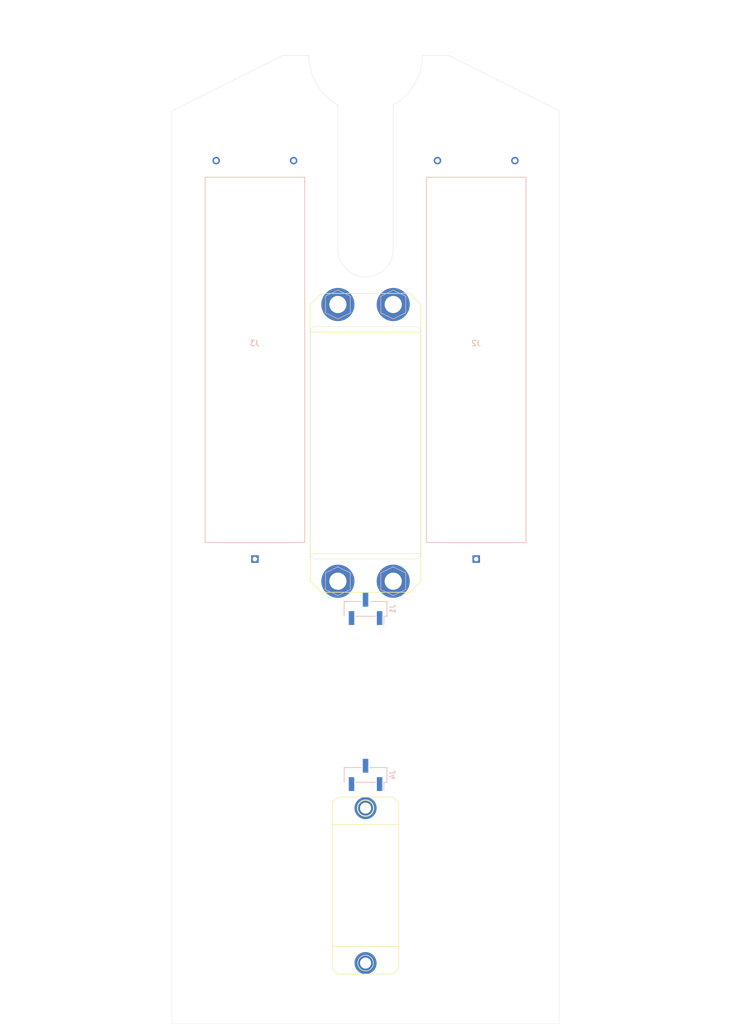
<source format=kicad_pcb>
(kicad_pcb (version 20171130) (host pcbnew "(5.1.2)-2")

  (general
    (thickness 1.6)
    (drawings 31)
    (tracks 0)
    (zones 0)
    (modules 4)
    (nets 4)
  )

  (page A4)
  (layers
    (0 F.Cu signal)
    (31 B.Cu signal)
    (32 B.Adhes user)
    (33 F.Adhes user)
    (34 B.Paste user)
    (35 F.Paste user)
    (36 B.SilkS user)
    (37 F.SilkS user)
    (38 B.Mask user)
    (39 F.Mask user)
    (40 Dwgs.User user)
    (41 Cmts.User user)
    (42 Eco1.User user)
    (43 Eco2.User user)
    (44 Edge.Cuts user)
    (45 Margin user)
    (46 B.CrtYd user)
    (47 F.CrtYd user)
    (48 B.Fab user)
    (49 F.Fab user)
  )

  (setup
    (last_trace_width 0.25)
    (trace_clearance 0.2)
    (zone_clearance 0.508)
    (zone_45_only no)
    (trace_min 0.2)
    (via_size 0.8)
    (via_drill 0.4)
    (via_min_size 0.4)
    (via_min_drill 0.3)
    (uvia_size 0.3)
    (uvia_drill 0.1)
    (uvias_allowed no)
    (uvia_min_size 0.2)
    (uvia_min_drill 0.1)
    (edge_width 0.05)
    (segment_width 0.2)
    (pcb_text_width 0.3)
    (pcb_text_size 1.5 1.5)
    (mod_edge_width 0.12)
    (mod_text_size 1 1)
    (mod_text_width 0.15)
    (pad_size 1.524 1.524)
    (pad_drill 0.762)
    (pad_to_mask_clearance 0.051)
    (solder_mask_min_width 0.25)
    (aux_axis_origin 100 50)
    (grid_origin 100 50)
    (visible_elements 7FFFFFFF)
    (pcbplotparams
      (layerselection 0x010fc_ffffffff)
      (usegerberextensions false)
      (usegerberattributes false)
      (usegerberadvancedattributes false)
      (creategerberjobfile false)
      (excludeedgelayer true)
      (linewidth 0.100000)
      (plotframeref false)
      (viasonmask false)
      (mode 1)
      (useauxorigin false)
      (hpglpennumber 1)
      (hpglpenspeed 20)
      (hpglpendiameter 15.000000)
      (psnegative false)
      (psa4output false)
      (plotreference true)
      (plotvalue true)
      (plotinvisibletext false)
      (padsonsilk false)
      (subtractmaskfromsilk false)
      (outputformat 1)
      (mirror false)
      (drillshape 1)
      (scaleselection 1)
      (outputdirectory ""))
  )

  (net 0 "")
  (net 1 /ORANGE)
  (net 2 /BLACK)
  (net 3 /RED)

  (net_class Default "This is the default net class."
    (clearance 0.2)
    (trace_width 0.25)
    (via_dia 0.8)
    (via_drill 0.4)
    (uvia_dia 0.3)
    (uvia_drill 0.1)
    (add_net /BATT*)
    (add_net /BATT+)
    (add_net /BATT-)
    (add_net /BLACK)
    (add_net /ORANGE)
    (add_net /RED)
    (add_net "Net-(J3-Pad1)")
    (add_net "Net-(J3-Pad2)")
    (add_net "Net-(J3-Pad3)")
  )

  (module suku_basics:SERVO_MICRO (layer F.Cu) (tedit 5E5FEBA7) (tstamp 5E605230)
    (at 100 185)
    (descr "surface-mounted straight pin header, 1x03, 2.54mm pitch, single row, style 1 (pin 1 left)")
    (tags "Surface mounted pin header SMD 1x03 2.54mm single row style1 pin1 left")
    (path /5E5FEF84)
    (attr smd)
    (fp_text reference J4 (at 4.87 -20 90) (layer B.SilkS)
      (effects (font (size 1 1) (thickness 0.15)) (justify mirror))
    )
    (fp_text value Conn_01x03 (at 4.87 -20 90) (layer F.Fab)
      (effects (font (size 1 1) (thickness 0.15)))
    )
    (fp_circle (center 0 -14) (end 1 -15) (layer F.SilkS) (width 0.12))
    (fp_circle (center 0 14) (end 1 15) (layer F.SilkS) (width 0.12))
    (fp_line (start -6 15) (end -6 11) (layer F.SilkS) (width 0.12))
    (fp_line (start -5 16) (end -6 15) (layer F.SilkS) (width 0.12))
    (fp_line (start 5 16) (end -5 16) (layer F.SilkS) (width 0.12))
    (fp_line (start 6 15) (end 5 16) (layer F.SilkS) (width 0.12))
    (fp_line (start 6 11) (end 6 15) (layer F.SilkS) (width 0.12))
    (fp_line (start 6 -15) (end 6 -11) (layer F.SilkS) (width 0.12))
    (fp_line (start 5 -16) (end 6 -15) (layer F.SilkS) (width 0.12))
    (fp_line (start -5 -16) (end 5 -16) (layer F.SilkS) (width 0.12))
    (fp_line (start -6 -15) (end -5 -16) (layer F.SilkS) (width 0.12))
    (fp_line (start -6 -11) (end -6 -15) (layer F.SilkS) (width 0.12))
    (fp_line (start -6 11) (end -6 -11) (layer F.SilkS) (width 0.12))
    (fp_line (start 6 11) (end -6 11) (layer F.SilkS) (width 0.12))
    (fp_line (start 6 -11) (end 6 11) (layer F.SilkS) (width 0.12))
    (fp_line (start -6 -11) (end 6 -11) (layer F.SilkS) (width 0.12))
    (fp_line (start -3.81 -21.27) (end -3.81 -18.73) (layer B.Fab) (width 0.1))
    (fp_line (start 3.81 -19.68) (end 3.81 -21.27) (layer B.Fab) (width 0.1))
    (fp_line (start -3.81 -18.73) (end 2.86 -18.73) (layer B.Fab) (width 0.1))
    (fp_line (start 2.86 -18.73) (end 3.81 -19.68) (layer B.Fab) (width 0.1))
    (fp_line (start 3.81 -21.27) (end -3.81 -21.27) (layer B.Fab) (width 0.1))
    (fp_line (start 2.86 -18.73) (end 2.86 -17.46) (layer B.Fab) (width 0.1))
    (fp_line (start 2.86 -17.46) (end 2.22 -17.46) (layer B.Fab) (width 0.1))
    (fp_line (start 2.22 -17.46) (end 2.22 -18.73) (layer B.Fab) (width 0.1))
    (fp_line (start -2.22 -18.73) (end -2.22 -17.46) (layer B.Fab) (width 0.1))
    (fp_line (start -2.22 -17.46) (end -2.86 -17.46) (layer B.Fab) (width 0.1))
    (fp_line (start -2.86 -17.46) (end -2.86 -18.73) (layer B.Fab) (width 0.1))
    (fp_line (start 0.32 -21.27) (end 0.32 -22.54) (layer B.Fab) (width 0.1))
    (fp_line (start 0.32 -22.54) (end -0.32 -22.54) (layer B.Fab) (width 0.1))
    (fp_line (start -0.32 -22.54) (end -0.32 -21.27) (layer B.Fab) (width 0.1))
    (fp_line (start 3.87 -18.67) (end 3.87 -21.33) (layer B.SilkS) (width 0.12))
    (fp_line (start -3.87 -18.67) (end -3.87 -21.33) (layer B.SilkS) (width 0.12))
    (fp_line (start 3.87 -21.33) (end 0.76 -21.33) (layer B.SilkS) (width 0.12))
    (fp_line (start 3.3 -18.67) (end 3.3 -17.15) (layer B.SilkS) (width 0.12))
    (fp_line (start 3.87 -18.67) (end 3.3 -18.67) (layer B.SilkS) (width 0.12))
    (fp_line (start -3.3 -21.33) (end -3.87 -21.33) (layer B.SilkS) (width 0.12))
    (fp_line (start -0.76 -21.33) (end -3.87 -21.33) (layer B.SilkS) (width 0.12))
    (fp_line (start 1.78 -18.67) (end -1.78 -18.67) (layer B.SilkS) (width 0.12))
    (fp_line (start 4.35 -16.55) (end -4.35 -16.55) (layer B.CrtYd) (width 0.05))
    (fp_line (start -4.35 -16.55) (end -4.35 -23.45) (layer B.CrtYd) (width 0.05))
    (fp_line (start -4.35 -23.45) (end 4.35 -23.45) (layer B.CrtYd) (width 0.05))
    (fp_line (start 4.35 -23.45) (end 4.35 -16.55) (layer B.CrtYd) (width 0.05))
    (fp_text user %R (at 0 -20) (layer B.Fab)
      (effects (font (size 1 1) (thickness 0.15)) (justify mirror))
    )
    (fp_circle (center 0 -14) (end 1.5 -14) (layer F.SilkS) (width 0.12))
    (pad "" smd circle (at 0 -14) (size 4 4) (layers B.Cu B.Paste B.Mask))
    (pad "" smd circle (at 0 14) (size 4 4) (layers B.Cu B.Paste B.Mask))
    (pad 1 smd rect (at 2.54 -18.345 90) (size 2.51 1) (layers B.Cu B.Paste B.Mask)
      (net 1 /ORANGE))
    (pad 3 smd rect (at -2.54 -18.345 90) (size 2.51 1) (layers B.Cu B.Paste B.Mask)
      (net 2 /BLACK))
    (pad 2 smd rect (at 0 -21.655 90) (size 2.51 1) (layers B.Cu B.Paste B.Mask)
      (net 3 /RED))
    (pad "" np_thru_hole circle (at 0 14) (size 2 2) (drill 2) (layers *.Cu *.Mask))
    (pad "" np_thru_hole circle (at 0 -14) (size 2 2) (drill 2) (layers *.Cu *.Mask))
    (model ${KISYS3DMOD}/Connector_PinHeader_2.54mm.3dshapes/PinHeader_1x03_P2.54mm_Vertical_SMD_Pin1Left.wrl
      (offset (xyz 0 20 -2))
      (scale (xyz 1 1 1))
      (rotate (xyz 180 0 -90))
    )
    (model I:/Workspace/components/3D/opensail/servo_micro.STEP
      (offset (xyz 26.08 8 -19))
      (scale (xyz 1 1 1))
      (rotate (xyz 90 180 -90))
    )
  )

  (module suku_basics:BATTERY_2X_18650 (layer B.Cu) (tedit 5E50145F) (tstamp 5E5FD652)
    (at 80 90)
    (descr "Through hole straight socket strip, 1x03, 2.00mm pitch, single row (from Kicad 4.0.7), script generated")
    (tags "Through hole socket strip THT 1x03 2.00mm single row")
    (path /5E5FD463)
    (fp_text reference J3 (at 0 -3) (layer B.SilkS)
      (effects (font (size 1 1) (thickness 0.15)) (justify mirror))
    )
    (fp_text value Conn_01x03 (at 0 -5) (layer B.Fab)
      (effects (font (size 1 1) (thickness 0.15)) (justify mirror))
    )
    (fp_line (start -9 -33) (end 9 -33) (layer B.SilkS) (width 0.12))
    (fp_line (start 9 33) (end 9 -33) (layer B.SilkS) (width 0.12))
    (fp_line (start -9 33) (end 9 33) (layer B.SilkS) (width 0.12))
    (fp_line (start -9 -33) (end -9 33) (layer B.SilkS) (width 0.12))
    (fp_text user %R (at 0 -7 -180) (layer B.Fab)
      (effects (font (size 1 1) (thickness 0.15)) (justify mirror))
    )
    (pad 3 thru_hole oval (at 7 -36) (size 1.35 1.35) (drill 0.8) (layers *.Cu *.Mask))
    (pad 2 thru_hole oval (at -7 -36) (size 1.35 1.35) (drill 0.8) (layers *.Cu *.Mask))
    (pad 1 thru_hole rect (at 0 36) (size 1.35 1.35) (drill 0.8) (layers *.Cu *.Mask))
    (model I:/Workspace/components/3D/opensail/batt_2x_18650.step
      (at (xyz 0 0 0))
      (scale (xyz 1 1 1))
      (rotate (xyz 180 0 90))
    )
  )

  (module suku_basics:BATTERY_2X_18650 (layer B.Cu) (tedit 5E50145F) (tstamp 5E508712)
    (at 120 90)
    (descr "Through hole straight socket strip, 1x03, 2.00mm pitch, single row (from Kicad 4.0.7), script generated")
    (tags "Through hole socket strip THT 1x03 2.00mm single row")
    (path /5E501AD8)
    (fp_text reference J2 (at 0 -3) (layer B.SilkS)
      (effects (font (size 1 1) (thickness 0.15)) (justify mirror))
    )
    (fp_text value Conn_01x03 (at 0 -5) (layer B.Fab)
      (effects (font (size 1 1) (thickness 0.15)) (justify mirror))
    )
    (fp_line (start -9 -33) (end 9 -33) (layer B.SilkS) (width 0.12))
    (fp_line (start 9 33) (end 9 -33) (layer B.SilkS) (width 0.12))
    (fp_line (start -9 33) (end 9 33) (layer B.SilkS) (width 0.12))
    (fp_line (start -9 -33) (end -9 33) (layer B.SilkS) (width 0.12))
    (fp_text user %R (at 0 -7 -180) (layer B.Fab)
      (effects (font (size 1 1) (thickness 0.15)) (justify mirror))
    )
    (pad 3 thru_hole oval (at 7 -36) (size 1.35 1.35) (drill 0.8) (layers *.Cu *.Mask))
    (pad 2 thru_hole oval (at -7 -36) (size 1.35 1.35) (drill 0.8) (layers *.Cu *.Mask))
    (pad 1 thru_hole rect (at 0 36) (size 1.35 1.35) (drill 0.8) (layers *.Cu *.Mask))
    (model I:/Workspace/components/3D/opensail/batt_2x_18650.step
      (at (xyz 0 0 0))
      (scale (xyz 1 1 1))
      (rotate (xyz 180 0 90))
    )
  )

  (module suku_basics:SERVO_STANDARD (layer F.Cu) (tedit 5E5003F7) (tstamp 5E507C59)
    (at 100 105 180)
    (descr "surface-mounted straight pin header, 1x03, 2.54mm pitch, single row, style 1 (pin 1 left)")
    (tags "Surface mounted pin header SMD 1x03 2.54mm single row style1 pin1 left")
    (path /5E5003FD)
    (attr smd)
    (fp_text reference J1 (at -4.87 -30 270) (layer B.SilkS)
      (effects (font (size 1 1) (thickness 0.15)) (justify mirror))
    )
    (fp_text value Conn_01x03 (at -4.87 -30 270) (layer F.Fab)
      (effects (font (size 1 1) (thickness 0.15)))
    )
    (fp_line (start 5 27.6) (end 7.25 26.5) (layer B.SilkS) (width 0.12))
    (fp_line (start 2.75 26.5) (end 5 27.6) (layer B.SilkS) (width 0.12))
    (fp_line (start 5 22.4) (end 2.75 23.5) (layer B.SilkS) (width 0.12))
    (fp_line (start 7.25 23.5) (end 5 22.4) (layer B.SilkS) (width 0.12))
    (fp_line (start 7.25 26.5) (end 7.25 23.5) (layer B.SilkS) (width 0.12))
    (fp_line (start 2.75 26.5) (end 2.75 23.5) (layer B.SilkS) (width 0.12))
    (fp_line (start -5 27.6) (end -2.75 26.5) (layer B.SilkS) (width 0.12))
    (fp_line (start -7.25 26.5) (end -5 27.6) (layer B.SilkS) (width 0.12))
    (fp_line (start -5 22.4) (end -7.25 23.5) (layer B.SilkS) (width 0.12))
    (fp_line (start -2.75 23.5) (end -5 22.4) (layer B.SilkS) (width 0.12))
    (fp_line (start -2.75 26.5) (end -2.75 23.5) (layer B.SilkS) (width 0.12))
    (fp_line (start -7.25 26.5) (end -7.25 23.5) (layer B.SilkS) (width 0.12))
    (fp_line (start 5 -22.4) (end 7.25 -23.5) (layer B.SilkS) (width 0.12))
    (fp_line (start 2.75 -23.5) (end 5 -22.4) (layer B.SilkS) (width 0.12))
    (fp_line (start 5 -27.6) (end 2.75 -26.5) (layer B.SilkS) (width 0.12))
    (fp_line (start 7.25 -26.5) (end 5 -27.6) (layer B.SilkS) (width 0.12))
    (fp_line (start 7.25 -23.5) (end 7.25 -26.5) (layer B.SilkS) (width 0.12))
    (fp_line (start 2.75 -23.5) (end 2.75 -26.5) (layer B.SilkS) (width 0.12))
    (fp_line (start -5 -22.4) (end -2.75 -23.5) (layer B.SilkS) (width 0.12))
    (fp_line (start -7.25 -23.5) (end -5 -22.4) (layer B.SilkS) (width 0.12))
    (fp_line (start -5 -27.6) (end -7.25 -26.5) (layer B.SilkS) (width 0.12))
    (fp_line (start -2.75 -26.5) (end -5 -27.6) (layer B.SilkS) (width 0.12))
    (fp_line (start -2.75 -23.5) (end -2.75 -26.5) (layer B.SilkS) (width 0.12))
    (fp_line (start -7.25 -23.5) (end -7.25 -26.5) (layer B.SilkS) (width 0.12))
    (fp_line (start 3.81 -28.73) (end 3.81 -31.27) (layer B.Fab) (width 0.1))
    (fp_line (start -3.81 -30.32) (end -3.81 -28.73) (layer B.Fab) (width 0.1))
    (fp_line (start 3.81 -31.27) (end -2.86 -31.27) (layer B.Fab) (width 0.1))
    (fp_line (start -2.86 -31.27) (end -3.81 -30.32) (layer B.Fab) (width 0.1))
    (fp_line (start -3.81 -28.73) (end 3.81 -28.73) (layer B.Fab) (width 0.1))
    (fp_line (start -2.86 -31.27) (end -2.86 -32.54) (layer B.Fab) (width 0.1))
    (fp_line (start -2.86 -32.54) (end -2.22 -32.54) (layer B.Fab) (width 0.1))
    (fp_line (start -2.22 -32.54) (end -2.22 -31.27) (layer B.Fab) (width 0.1))
    (fp_line (start 2.22 -31.27) (end 2.22 -32.54) (layer B.Fab) (width 0.1))
    (fp_line (start 2.22 -32.54) (end 2.86 -32.54) (layer B.Fab) (width 0.1))
    (fp_line (start 2.86 -32.54) (end 2.86 -31.27) (layer B.Fab) (width 0.1))
    (fp_line (start -0.32 -28.73) (end -0.32 -27.46) (layer B.Fab) (width 0.1))
    (fp_line (start -0.32 -27.46) (end 0.32 -27.46) (layer B.Fab) (width 0.1))
    (fp_line (start 0.32 -27.46) (end 0.32 -28.73) (layer B.Fab) (width 0.1))
    (fp_line (start -3.87 -31.33) (end -3.87 -28.67) (layer B.SilkS) (width 0.12))
    (fp_line (start 3.87 -31.33) (end 3.87 -28.67) (layer B.SilkS) (width 0.12))
    (fp_line (start -3.87 -28.67) (end -0.76 -28.67) (layer B.SilkS) (width 0.12))
    (fp_line (start -3.3 -31.33) (end -3.3 -32.85) (layer B.SilkS) (width 0.12))
    (fp_line (start -3.87 -31.33) (end -3.3 -31.33) (layer B.SilkS) (width 0.12))
    (fp_line (start 3.3 -28.67) (end 3.87 -28.67) (layer B.SilkS) (width 0.12))
    (fp_line (start 0.76 -28.67) (end 3.87 -28.67) (layer B.SilkS) (width 0.12))
    (fp_line (start -1.78 -31.33) (end 1.78 -31.33) (layer B.SilkS) (width 0.12))
    (fp_line (start -4.35 -33.45) (end 4.35 -33.45) (layer B.CrtYd) (width 0.05))
    (fp_line (start 4.35 -33.45) (end 4.35 -26.55) (layer B.CrtYd) (width 0.05))
    (fp_line (start 4.35 -26.55) (end -4.35 -26.55) (layer B.CrtYd) (width 0.05))
    (fp_line (start -4.35 -26.55) (end -4.35 -33.45) (layer B.CrtYd) (width 0.05))
    (fp_text user %R (at 0 -30 180) (layer B.Fab)
      (effects (font (size 1 1) (thickness 0.15)) (justify mirror))
    )
    (fp_line (start -10 -20) (end 10 -20) (layer F.SilkS) (width 0.12))
    (fp_line (start 10 -20) (end 10 20) (layer F.SilkS) (width 0.12))
    (fp_line (start 10 20) (end -10 20) (layer F.SilkS) (width 0.12))
    (fp_line (start -10 20) (end -10 -20) (layer F.SilkS) (width 0.12))
    (fp_circle (center -5 -25) (end -3.5 -25) (layer F.SilkS) (width 0.12))
    (fp_circle (center 5 -25) (end 6.5 -25) (layer F.SilkS) (width 0.12))
    (fp_circle (center 5 25) (end 6.5 25) (layer F.SilkS) (width 0.12))
    (fp_circle (center -5 25) (end -3.5 25) (layer F.SilkS) (width 0.12))
    (fp_line (start -10 -20) (end -10 -25) (layer F.SilkS) (width 0.12))
    (fp_line (start -10 -25) (end -8 -27) (layer F.SilkS) (width 0.12))
    (fp_line (start -8 -27) (end 8 -27) (layer F.SilkS) (width 0.12))
    (fp_line (start 8 -27) (end 10 -25) (layer F.SilkS) (width 0.12))
    (fp_line (start 10 -25) (end 10 -20) (layer F.SilkS) (width 0.12))
    (fp_line (start -10 20) (end -10 25) (layer F.SilkS) (width 0.12))
    (fp_line (start -10 25) (end -8 27) (layer F.SilkS) (width 0.12))
    (fp_line (start 10 25) (end 8 27) (layer F.SilkS) (width 0.12))
    (fp_line (start 8 27) (end -8 27) (layer F.SilkS) (width 0.12))
    (fp_line (start 10 25) (end 10 20) (layer F.SilkS) (width 0.12))
    (pad "" smd circle (at 5 25 180) (size 6 6) (layers B.Cu B.Paste B.Mask))
    (pad "" smd circle (at -5 25 180) (size 6 6) (layers B.Cu B.Paste B.Mask))
    (pad "" smd circle (at 5 -25 180) (size 6 6) (layers B.Cu B.Paste B.Mask))
    (pad "" smd circle (at -5 -25 180) (size 6 6) (layers B.Cu B.Paste B.Mask))
    (pad 1 smd rect (at -2.54 -31.655 90) (size 2.51 1) (layers B.Cu B.Paste B.Mask)
      (net 1 /ORANGE))
    (pad 3 smd rect (at 2.54 -31.655 90) (size 2.51 1) (layers B.Cu B.Paste B.Mask)
      (net 2 /BLACK))
    (pad 2 smd rect (at 0 -28.345 90) (size 2.51 1) (layers B.Cu B.Paste B.Mask)
      (net 3 /RED))
    (pad "" np_thru_hole circle (at -5 -25 180) (size 3 3) (drill 3) (layers *.Cu *.Mask))
    (pad "" np_thru_hole circle (at 5 -25 180) (size 3 3) (drill 3) (layers *.Cu *.Mask))
    (pad "" np_thru_hole circle (at -5 25 180) (size 3 3) (drill 3) (layers *.Cu *.Mask))
    (pad "" np_thru_hole circle (at 5 25 180) (size 3 3) (drill 3) (layers *.Cu *.Mask))
    (model ${KISYS3DMOD}/Connector_PinHeader_2.54mm.3dshapes/PinHeader_1x03_P2.54mm_Vertical_SMD_Pin1Left.wrl
      (offset (xyz 0 30 -2))
      (scale (xyz 1 1 1))
      (rotate (xyz 180 0 90))
    )
    (model I:/Workspace/components/3D/opensail/servo_standard.STEP
      (offset (xyz 0 10 18))
      (scale (xyz 1 1 1))
      (rotate (xyz 0 0 90))
    )
  )

  (gr_arc (start 100 35) (end 95 43.944271) (angle 60.79406527) (layer Edge.Cuts) (width 0.05) (tstamp 5E5FD963))
  (gr_line (start 110.24695 35) (end 115 35) (layer Edge.Cuts) (width 0.05))
  (gr_line (start 85 35) (end 89.75305 35) (layer Edge.Cuts) (width 0.05))
  (gr_arc (start 100 35) (end 105 43.944271) (angle -60.79406527) (layer Edge.Cuts) (width 0.05))
  (gr_circle (center 165 55) (end 166 55) (layer Cmts.User) (width 0.15) (tstamp 5E5FD84A))
  (gr_circle (center 165 45) (end 166 45) (layer Cmts.User) (width 0.15) (tstamp 5E5FD849))
  (gr_circle (center 35 55) (end 36 55) (layer Cmts.User) (width 0.15))
  (gr_circle (center 35 45) (end 36 45) (layer Cmts.User) (width 0.15))
  (gr_circle (center 100 35) (end 110 35) (layer Cmts.User) (width 0.05))
  (gr_line (start 65 210) (end 65 45) (layer Edge.Cuts) (width 0.05))
  (gr_line (start 135 210) (end 65 210) (layer Edge.Cuts) (width 0.05))
  (gr_line (start 135 45) (end 135 210) (layer Edge.Cuts) (width 0.05))
  (gr_line (start 115 35) (end 135 45) (layer Edge.Cuts) (width 0.05))
  (gr_line (start 105 70) (end 105 43.944271) (layer Edge.Cuts) (width 0.05))
  (gr_arc (start 100 70) (end 95 70) (angle -180) (layer Edge.Cuts) (width 0.05))
  (gr_line (start 95 43.944271) (end 95 70) (layer Edge.Cuts) (width 0.05))
  (gr_line (start 105 50) (end 150 50) (layer Cmts.User) (width 0.15))
  (gr_line (start 105 70) (end 105 50) (layer Cmts.User) (width 0.15))
  (gr_line (start 100 75) (end 105 70) (layer Cmts.User) (width 0.15))
  (gr_line (start 95 70) (end 100 75) (layer Cmts.User) (width 0.15))
  (gr_line (start 95 50) (end 95 70) (layer Cmts.User) (width 0.15))
  (gr_line (start 50 50) (end 95 50) (layer Cmts.User) (width 0.15))
  (gr_arc (start 109 125) (end 109 126) (angle -90) (layer Edge.Cuts) (width 0.05))
  (gr_arc (start 91 125) (end 90 125) (angle -90) (layer Edge.Cuts) (width 0.05))
  (gr_arc (start 91 85) (end 91 84) (angle -90) (layer Edge.Cuts) (width 0.05))
  (gr_arc (start 109 85) (end 110 85) (angle -90) (layer Edge.Cuts) (width 0.05))
  (gr_line (start 109 126) (end 91 126) (layer Edge.Cuts) (width 0.05))
  (gr_line (start 110 85) (end 110 125) (layer Edge.Cuts) (width 0.05))
  (gr_line (start 91 84) (end 109 84) (layer Edge.Cuts) (width 0.05))
  (gr_line (start 90 125) (end 90 85) (layer Edge.Cuts) (width 0.05))
  (gr_line (start 65 45) (end 85 35) (layer Edge.Cuts) (width 0.05))

)

</source>
